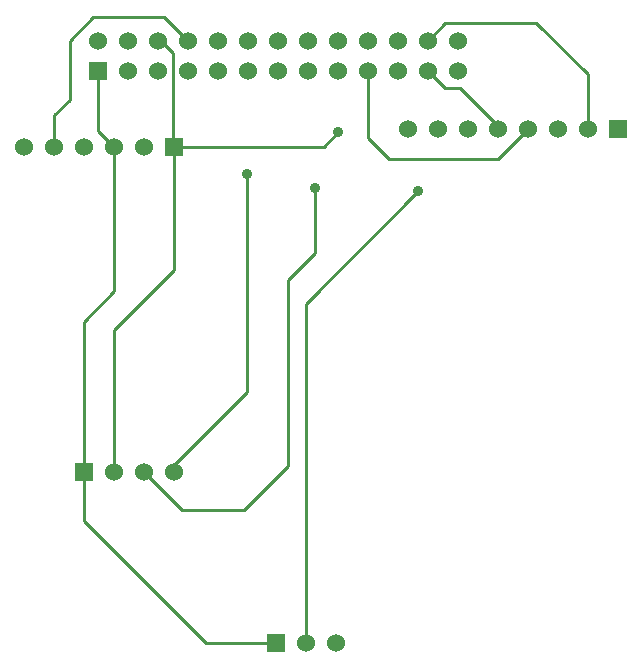
<source format=gtl>
G04 (created by PCBNEW (2013-jul-07)-stable) date Sat 04 Apr 2015 10:28:46 BST*
%MOIN*%
G04 Gerber Fmt 3.4, Leading zero omitted, Abs format*
%FSLAX34Y34*%
G01*
G70*
G90*
G04 APERTURE LIST*
%ADD10C,0.00590551*%
%ADD11R,0.06X0.06*%
%ADD12C,0.06*%
%ADD13C,0.035*%
%ADD14C,0.01*%
G04 APERTURE END LIST*
G54D10*
G54D11*
X38736Y-18503D03*
G54D12*
X37736Y-18503D03*
X36736Y-18503D03*
X35736Y-18503D03*
X34736Y-18503D03*
X33736Y-18503D03*
X32736Y-18503D03*
X31736Y-18503D03*
G54D11*
X20940Y-29921D03*
G54D12*
X21940Y-29921D03*
X22940Y-29921D03*
X23940Y-29921D03*
G54D11*
X27346Y-35629D03*
G54D12*
X28346Y-35629D03*
X29346Y-35629D03*
G54D11*
X21405Y-16543D03*
G54D12*
X21405Y-15543D03*
X22405Y-16543D03*
X22405Y-15543D03*
X23405Y-16543D03*
X23405Y-15543D03*
X24405Y-16543D03*
X24405Y-15543D03*
X25405Y-16543D03*
X25405Y-15543D03*
X26405Y-16543D03*
X26405Y-15543D03*
X27405Y-16543D03*
X27405Y-15543D03*
X28405Y-16543D03*
X28405Y-15543D03*
X29405Y-16543D03*
X29405Y-15543D03*
X30405Y-16543D03*
X30405Y-15543D03*
X31405Y-16543D03*
X31405Y-15543D03*
X32405Y-16543D03*
X32405Y-15543D03*
X33405Y-16543D03*
X33405Y-15543D03*
G54D11*
X23956Y-19094D03*
G54D12*
X22956Y-19094D03*
X21956Y-19094D03*
X20956Y-19094D03*
X19956Y-19094D03*
X18956Y-19094D03*
G54D13*
X29429Y-18602D03*
X32086Y-20570D03*
X26377Y-19980D03*
X28641Y-20472D03*
G54D14*
X20940Y-29921D02*
X20940Y-31570D01*
X25000Y-35629D02*
X27346Y-35629D01*
X20940Y-31570D02*
X25000Y-35629D01*
X21956Y-19094D02*
X21956Y-23909D01*
X20940Y-24925D02*
X20940Y-29921D01*
X21956Y-23909D02*
X20940Y-24925D01*
X21405Y-16543D02*
X21405Y-18543D01*
X21405Y-18543D02*
X21956Y-19094D01*
X23956Y-19094D02*
X23956Y-23188D01*
X21940Y-25204D02*
X21940Y-29921D01*
X23956Y-23188D02*
X21940Y-25204D01*
X23956Y-19094D02*
X28937Y-19094D01*
X28937Y-19094D02*
X29429Y-18602D01*
X23405Y-15543D02*
X23515Y-15543D01*
X23917Y-19055D02*
X23956Y-19094D01*
X23917Y-15944D02*
X23917Y-19055D01*
X23515Y-15543D02*
X23917Y-15944D01*
X37736Y-18503D02*
X37736Y-16673D01*
X32988Y-14960D02*
X32405Y-15543D01*
X36023Y-14960D02*
X32988Y-14960D01*
X37736Y-16673D02*
X36023Y-14960D01*
X28346Y-24311D02*
X28346Y-35629D01*
X32086Y-20570D02*
X28346Y-24311D01*
X30405Y-16543D02*
X30405Y-18791D01*
X34751Y-19488D02*
X35736Y-18503D01*
X31102Y-19488D02*
X34751Y-19488D01*
X30405Y-18791D02*
X31102Y-19488D01*
X34736Y-18503D02*
X34736Y-18397D01*
X32988Y-17125D02*
X32405Y-16543D01*
X33464Y-17125D02*
X32988Y-17125D01*
X34736Y-18397D02*
X33464Y-17125D01*
X23940Y-29700D02*
X23940Y-29921D01*
X26377Y-27263D02*
X23940Y-29700D01*
X26377Y-19980D02*
X26377Y-27263D01*
X24220Y-31200D02*
X22940Y-29921D01*
X26279Y-31200D02*
X24220Y-31200D01*
X27755Y-29724D02*
X26279Y-31200D01*
X27755Y-23523D02*
X27755Y-29724D01*
X28641Y-22637D02*
X27755Y-23523D01*
X28641Y-20472D02*
X28641Y-22637D01*
X19956Y-19094D02*
X19956Y-18035D01*
X23625Y-14763D02*
X24405Y-15543D01*
X21259Y-14763D02*
X23625Y-14763D01*
X20472Y-15551D02*
X21259Y-14763D01*
X20472Y-17519D02*
X20472Y-15551D01*
X19956Y-18035D02*
X20472Y-17519D01*
M02*

</source>
